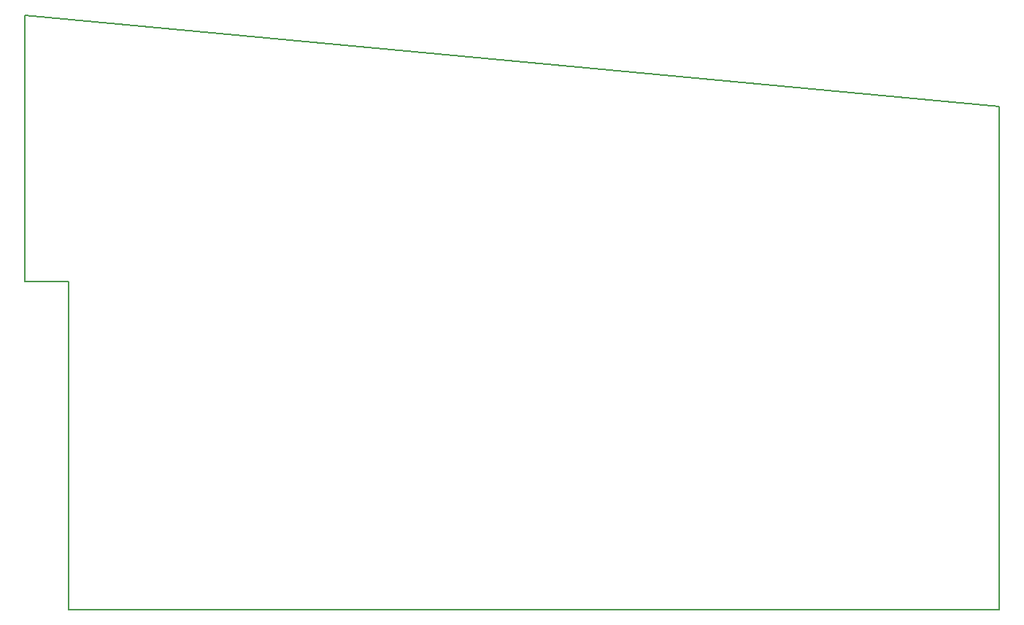
<source format=gbr>
G04 #@! TF.FileFunction,Profile,NP*
%FSLAX46Y46*%
G04 Gerber Fmt 4.6, Leading zero omitted, Abs format (unit mm)*
G04 Created by KiCad (PCBNEW 4.0.6) date Wednesday, 31 May 2017 22:47:01*
%MOMM*%
%LPD*%
G01*
G04 APERTURE LIST*
%ADD10C,0.100000*%
%ADD11C,0.150000*%
G04 APERTURE END LIST*
D10*
D11*
X129540000Y-114300000D02*
X129540000Y-152400000D01*
X124460000Y-114300000D02*
X129540000Y-114300000D01*
X124460000Y-83400000D02*
X124460000Y-114300000D01*
X237490000Y-93980000D02*
X124460000Y-83400000D01*
X237490000Y-152400000D02*
X237490000Y-93980000D01*
X129540000Y-152400000D02*
X237490000Y-152400000D01*
M02*

</source>
